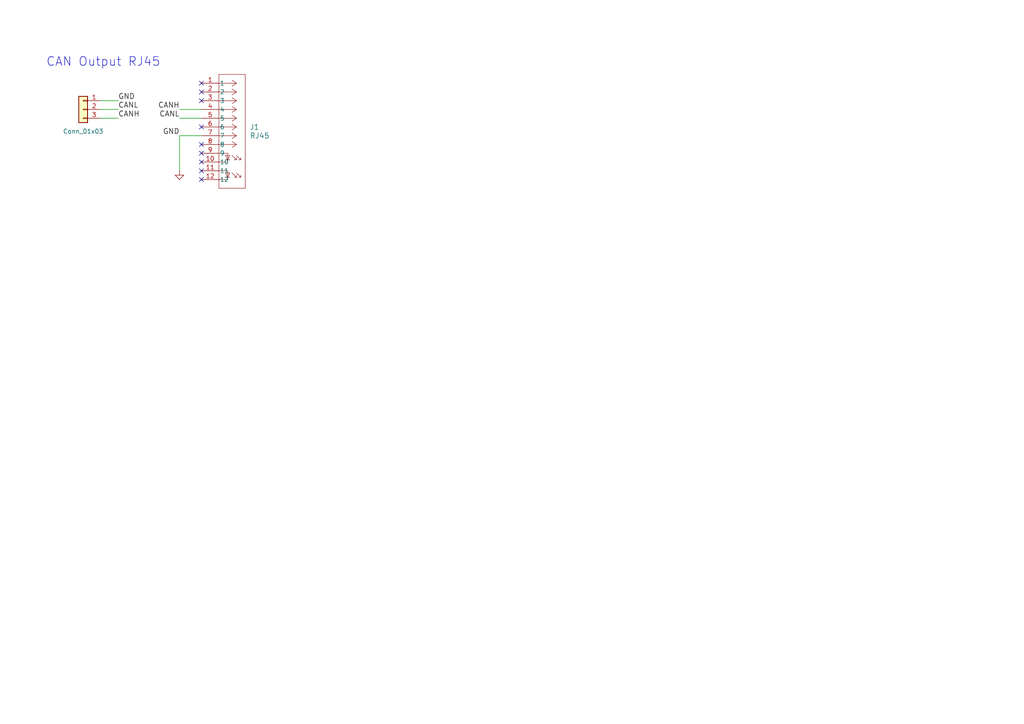
<source format=kicad_sch>
(kicad_sch (version 20250114) (generator "eeschema") (generator_version "9.0")
  (paper "A4")
  (lib_symbols
    (symbol "Connector_Generic:Conn_01x03" (pin_names (offset 1.016) (hide yes))
      (property "Reference" "J" (at 0 5.08 0))
      (property "Value" "Conn_01x03" (at 0 -5.08 0))
      (symbol "Conn_01x03_1_1"
        (rectangle (start -1.27 3.81) (end 1.27 -3.81) (stroke (width 0.254)) (fill (type background)))
        (rectangle (start -1.27 2.667) (end 0 2.413) (stroke (width 0.1524)))
        (rectangle (start -1.27 0.127) (end 0 -0.127) (stroke (width 0.1524)))
        (rectangle (start -1.27 -2.413) (end 0 -2.667) (stroke (width 0.1524)))
        (pin passive line (at -5.08 2.54 0) (length 3.81) (name "Pin_1") (number "1"))
        (pin passive line (at -5.08 0 0) (length 3.81) (name "Pin_2") (number "2"))
        (pin passive line (at -5.08 -2.54 0) (length 3.81) (name "Pin_3") (number "3"))
      )
    )
    (symbol "GND_27" (power) (pin_names (offset 0))
      (property "Value" "GND" (at 0 -3.81 0))
      (symbol "GND_27_0_1"
        (polyline (pts (xy 0 0) (xy 0 -1.27) (xy 1.27 -1.27) (xy 0 -2.54) (xy -1.27 -1.27) (xy 0 -1.27)))
      )
      (symbol "GND_27_1_1"
        (pin power_in line (at 0 0 270) (length 0) (hide yes) (name "GND") (number "1"))
      )
    )
    (symbol "cantact_ec:RJ45_Male" (pin_names (offset 0.254))
      (property "Reference" "J1" (at 13.97 -12.6999 0))
      (property "Value" "Cantact" (at 13.97 -15.2399 0))
      (symbol "RJ45_Male_1_1"
        (polyline (pts (xy 5.08 2.54) (xy 5.08 -30.48)) (stroke (width 0.127)))
        (polyline (pts (xy 5.08 -20.32) (xy 7.62 -20.32)) (stroke (width 0.127)))
        (polyline (pts (xy 5.08 -22.86) (xy 7.62 -22.86)) (stroke (width 0.127)))
        (polyline (pts (xy 5.08 -25.4) (xy 7.62 -25.4)) (stroke (width 0.127)))
        (polyline (pts (xy 5.08 -27.94) (xy 7.62 -27.94)) (stroke (width 0.127)))
        (polyline (pts (xy 5.08 -30.48) (xy 12.7 -30.48)) (stroke (width 0.127)))
        (polyline (pts (xy 6.985 -20.955) (xy 7.62 -22.225)) (stroke (width 0.127)))
        (polyline (pts (xy 6.985 -20.955) (xy 8.255 -20.955)) (stroke (width 0.127)))
        (polyline (pts (xy 6.985 -22.225) (xy 8.255 -22.225)) (stroke (width 0.127)))
        (polyline (pts (xy 6.985 -26.035) (xy 7.62 -27.305)) (stroke (width 0.127)))
        (polyline (pts (xy 6.985 -26.035) (xy 8.255 -26.035)) (stroke (width 0.127)))
        (polyline (pts (xy 6.985 -27.305) (xy 8.255 -27.305)) (stroke (width 0.127)))
        (polyline (pts (xy 7.62 -20.32) (xy 7.62 -22.86)) (stroke (width 0.127)))
        (polyline (pts (xy 7.62 -25.4) (xy 7.62 -27.94)) (stroke (width 0.127)))
        (polyline (pts (xy 8.255 -20.955) (xy 7.62 -22.225)) (stroke (width 0.127)))
        (polyline (pts (xy 8.255 -26.035) (xy 7.62 -27.305)) (stroke (width 0.127)))
        (polyline (pts (xy 8.89 -20.955) (xy 10.16 -22.225)) (stroke (width 0.127)))
        (polyline (pts (xy 8.89 -26.035) (xy 10.16 -27.305)) (stroke (width 0.127)))
        (polyline (pts (xy 9.525 -22.225) (xy 10.16 -22.225)) (stroke (width 0.127)))
        (polyline (pts (xy 9.525 -27.305) (xy 10.16 -27.305)) (stroke (width 0.127)))
        (polyline (pts (xy 10.16 0) (xy 5.08 0)) (stroke (width 0.127)))
        (polyline (pts (xy 10.16 0) (xy 8.89 0.8467)) (stroke (width 0.127)))
        (polyline (pts (xy 10.16 0) (xy 8.89 -0.8467)) (stroke (width 0.127)))
        (polyline (pts (xy 10.16 -2.54) (xy 5.08 -2.54)) (stroke (width 0.127)))
        (polyline (pts (xy 10.16 -2.54) (xy 8.89 -1.6933)) (stroke (width 0.127)))
        (polyline (pts (xy 10.16 -2.54) (xy 8.89 -3.3867)) (stroke (width 0.127)))
        (polyline (pts (xy 10.16 -5.08) (xy 5.08 -5.08)) (stroke (width 0.127)))
        (polyline (pts (xy 10.16 -5.08) (xy 8.89 -4.2333)) (stroke (width 0.127)))
        (polyline (pts (xy 10.16 -5.08) (xy 8.89 -5.9267)) (stroke (width 0.127)))
        (polyline (pts (xy 10.16 -7.62) (xy 5.08 -7.62)) (stroke (width 0.127)))
        (polyline (pts (xy 10.16 -7.62) (xy 8.89 -6.7733)) (stroke (width 0.127)))
        (polyline (pts (xy 10.16 -7.62) (xy 8.89 -8.4667)) (stroke (width 0.127)))
        (polyline (pts (xy 10.16 -10.16) (xy 5.08 -10.16)) (stroke (width 0.127)))
        (polyline (pts (xy 10.16 -10.16) (xy 8.89 -9.3133)) (stroke (width 0.127)))
        (polyline (pts (xy 10.16 -10.16) (xy 8.89 -11.0067)) (stroke (width 0.127)))
        (polyline (pts (xy 10.16 -12.7) (xy 5.08 -12.7)) (stroke (width 0.127)))
        (polyline (pts (xy 10.16 -12.7) (xy 8.89 -11.8533)) (stroke (width 0.127)))
        (polyline (pts (xy 10.16 -12.7) (xy 8.89 -13.5467)) (stroke (width 0.127)))
        (polyline (pts (xy 10.16 -15.24) (xy 5.08 -15.24)) (stroke (width 0.127)))
        (polyline (pts (xy 10.16 -15.24) (xy 8.89 -14.3933)) (stroke (width 0.127)))
        (polyline (pts (xy 10.16 -15.24) (xy 8.89 -16.0867)) (stroke (width 0.127)))
        (polyline (pts (xy 10.16 -17.78) (xy 5.08 -17.78)) (stroke (width 0.127)))
        (polyline (pts (xy 10.16 -17.78) (xy 8.89 -16.9333)) (stroke (width 0.127)))
        (polyline (pts (xy 10.16 -17.78) (xy 8.89 -18.6267)) (stroke (width 0.127)))
        (polyline (pts (xy 10.16 -20.955) (xy 11.43 -22.225)) (stroke (width 0.127)))
        (polyline (pts (xy 10.16 -21.59) (xy 10.16 -22.225)) (stroke (width 0.127)))
        (polyline (pts (xy 10.16 -26.035) (xy 11.43 -27.305)) (stroke (width 0.127)))
        (polyline (pts (xy 10.16 -26.67) (xy 10.16 -27.305)) (stroke (width 0.127)))
        (polyline (pts (xy 10.795 -22.225) (xy 11.43 -22.225)) (stroke (width 0.127)))
        (polyline (pts (xy 10.795 -27.305) (xy 11.43 -27.305)) (stroke (width 0.127)))
        (polyline (pts (xy 11.43 -21.59) (xy 11.43 -22.225)) (stroke (width 0.127)))
        (polyline (pts (xy 11.43 -26.67) (xy 11.43 -27.305)) (stroke (width 0.127)))
        (polyline (pts (xy 12.7 2.54) (xy 5.08 2.54)) (stroke (width 0.127)))
        (polyline (pts (xy 12.7 -30.48) (xy 12.7 2.54)) (stroke (width 0.127)))
        (pin unspecified line (at 0 0 0) (length 5.08) (name "1") (number "1"))
        (pin unspecified line (at 0 -2.54 0) (length 5.08) (name "2") (number "2"))
        (pin unspecified line (at 0 -5.08 0) (length 5.08) (name "3") (number "3"))
        (pin unspecified line (at 0 -7.62 0) (length 5.08) (name "4") (number "4"))
        (pin unspecified line (at 0 -10.16 0) (length 5.08) (name "5") (number "5"))
        (pin unspecified line (at 0 -12.7 0) (length 5.08) (name "6") (number "6"))
        (pin unspecified line (at 0 -15.24 0) (length 5.08) (name "7") (number "7"))
        (pin unspecified line (at 0 -17.78 0) (length 5.08) (name "8") (number "8"))
        (pin unspecified line (at 0 -20.32 0) (length 5.08) (name "9") (number "9"))
        (pin unspecified line (at 0 -22.86 0) (length 5.08) (name "10") (number "10"))
        (pin unspecified line (at 0 -25.4 0) (length 5.08) (name "11") (number "11"))
        (pin unspecified line (at 0 -27.94 0) (length 5.08) (name "12") (number "12"))
      )
      (symbol "RJ45_Male_1_2"
        (polyline (pts (xy 5.08 2.54) (xy 5.08 -30.48)) (stroke (width 0.127)))
        (polyline (pts (xy 5.08 -20.32) (xy 7.62 -20.32)) (stroke (width 0.127)))
        (polyline (pts (xy 5.08 -22.86) (xy 7.62 -22.86)) (stroke (width 0.127)))
        (polyline (pts (xy 5.08 -25.4) (xy 7.62 -25.4)) (stroke (width 0.127)))
        (polyline (pts (xy 5.08 -27.94) (xy 7.62 -27.94)) (stroke (width 0.127)))
        (polyline (pts (xy 5.08 -30.48) (xy 12.7 -30.48)) (stroke (width 0.127)))
        (polyline (pts (xy 6.985 -20.955) (xy 7.62 -22.225)) (stroke (width 0.127)))
        (polyline (pts (xy 6.985 -20.955) (xy 8.255 -20.955)) (stroke (width 0.127)))
        (polyline (pts (xy 6.985 -22.225) (xy 8.255 -22.225)) (stroke (width 0.127)))
        (polyline (pts (xy 6.985 -26.035) (xy 7.62 -27.305)) (stroke (width 0.127)))
        (polyline (pts (xy 6.985 -26.035) (xy 8.255 -26.035)) (stroke (width 0.127)))
        (polyline (pts (xy 6.985 -27.305) (xy 8.255 -27.305)) (stroke (width 0.127)))
        (polyline (pts (xy 7.62 0) (xy 5.08 0)) (stroke (width 0.127)))
        (polyline (pts (xy 7.62 0) (xy 8.89 0.8467)) (stroke (width 0.127)))
        (polyline (pts (xy 7.62 0) (xy 8.89 -0.8467)) (stroke (width 0.127)))
        (polyline (pts (xy 7.62 -2.54) (xy 5.08 -2.54)) (stroke (width 0.127)))
        (polyline (pts (xy 7.62 -2.54) (xy 8.89 -1.6933)) (stroke (width 0.127)))
        (polyline (pts (xy 7.62 -2.54) (xy 8.89 -3.3867)) (stroke (width 0.127)))
        (polyline (pts (xy 7.62 -5.08) (xy 5.08 -5.08)) (stroke (width 0.127)))
        (polyline (pts (xy 7.62 -5.08) (xy 8.89 -4.2333)) (stroke (width 0.127)))
        (polyline (pts (xy 7.62 -5.08) (xy 8.89 -5.9267)) (stroke (width 0.127)))
        (polyline (pts (xy 7.62 -7.62) (xy 5.08 -7.62)) (stroke (width 0.127)))
        (polyline (pts (xy 7.62 -7.62) (xy 8.89 -6.7733)) (stroke (width 0.127)))
        (polyline (pts (xy 7.62 -7.62) (xy 8.89 -8.4667)) (stroke (width 0.127)))
        (polyline (pts (xy 7.62 -10.16) (xy 5.08 -10.16)) (stroke (width 0.127)))
        (polyline (pts (xy 7.62 -10.16) (xy 8.89 -9.3133)) (stroke (width 0.127)))
        (polyline (pts (xy 7.62 -10.16) (xy 8.89 -11.0067)) (stroke (width 0.127)))
        (polyline (pts (xy 7.62 -12.7) (xy 5.08 -12.7)) (stroke (width 0.127)))
        (polyline (pts (xy 7.62 -12.7) (xy 8.89 -11.8533)) (stroke (width 0.127)))
        (polyline (pts (xy 7.62 -12.7) (xy 8.89 -13.5467)) (stroke (width 0.127)))
        (polyline (pts (xy 7.62 -15.24) (xy 5.08 -15.24)) (stroke (width 0.127)))
        (polyline (pts (xy 7.62 -15.24) (xy 8.89 -14.3933)) (stroke (width 0.127)))
        (polyline (pts (xy 7.62 -15.24) (xy 8.89 -16.0867)) (stroke (width 0.127)))
        (polyline (pts (xy 7.62 -17.78) (xy 5.08 -17.78)) (stroke (width 0.127)))
        (polyline (pts (xy 7.62 -17.78) (xy 8.89 -16.9333)) (stroke (width 0.127)))
        (polyline (pts (xy 7.62 -17.78) (xy 8.89 -18.6267)) (stroke (width 0.127)))
        (polyline (pts (xy 7.62 -20.32) (xy 7.62 -22.86)) (stroke (width 0.127)))
        (polyline (pts (xy 7.62 -25.4) (xy 7.62 -27.94)) (stroke (width 0.127)))
        (polyline (pts (xy 8.255 -20.955) (xy 7.62 -22.225)) (stroke (width 0.127)))
        (polyline (pts (xy 8.255 -26.035) (xy 7.62 -27.305)) (stroke (width 0.127)))
        (polyline (pts (xy 8.89 -20.955) (xy 10.16 -22.225)) (stroke (width 0.127)))
        (polyline (pts (xy 8.89 -26.035) (xy 10.16 -27.305)) (stroke (width 0.127)))
        (polyline (pts (xy 9.525 -22.225) (xy 10.16 -22.225)) (stroke (width 0.127)))
        (polyline (pts (xy 9.525 -27.305) (xy 10.16 -27.305)) (stroke (width 0.127)))
        (polyline (pts (xy 10.16 -20.955) (xy 11.43 -22.225)) (stroke (width 0.127)))
        (polyline (pts (xy 10.16 -21.59) (xy 10.16 -22.225)) (stroke (width 0.127)))
        (polyline (pts (xy 10.16 -26.035) (xy 11.43 -27.305)) (stroke (width 0.127)))
        (polyline (pts (xy 10.16 -26.67) (xy 10.16 -27.305)) (stroke (width 0.127)))
        (polyline (pts (xy 10.795 -22.225) (xy 11.43 -22.225)) (stroke (width 0.127)))
        (polyline (pts (xy 10.795 -27.305) (xy 11.43 -27.305)) (stroke (width 0.127)))
        (polyline (pts (xy 11.43 -21.59) (xy 11.43 -22.225)) (stroke (width 0.127)))
        (polyline (pts (xy 11.43 -26.67) (xy 11.43 -27.305)) (stroke (width 0.127)))
        (polyline (pts (xy 12.7 2.54) (xy 5.08 2.54)) (stroke (width 0.127)))
        (polyline (pts (xy 12.7 -30.48) (xy 12.7 2.54)) (stroke (width 0.127)))
        (pin unspecified line (at 0 0 0) (length 5.08) (name "1") (number "1"))
        (pin unspecified line (at 0 -2.54 0) (length 5.08) (name "2") (number "2"))
        (pin unspecified line (at 0 -5.08 0) (length 5.08) (name "3") (number "3"))
        (pin unspecified line (at 0 -7.62 0) (length 5.08) (name "4") (number "4"))
        (pin unspecified line (at 0 -10.16 0) (length 5.08) (name "5") (number "5"))
        (pin unspecified line (at 0 -12.7 0) (length 5.08) (name "6") (number "6"))
        (pin unspecified line (at 0 -15.24 0) (length 5.08) (name "7") (number "7"))
        (pin unspecified line (at 0 -17.78 0) (length 5.08) (name "8") (number "8"))
        (pin unspecified line (at 0 -20.32 0) (length 5.08) (name "9") (number "9"))
        (pin unspecified line (at 0 -22.86 0) (length 5.08) (name "10") (number "10"))
        (pin unspecified line (at 0 -25.4 0) (length 5.08) (name "11") (number "11"))
        (pin unspecified line (at 0 -27.94 0) (length 5.08) (name "12") (number "12"))
      )
    )
  )
  (text "CAN Output RJ45\n" (at 29.972 18.034 0) (effects (font (size 2.54 2.54))))
  (no_connect (at 58.42 41.91))
  (no_connect (at 58.42 36.83))
  (no_connect (at 58.42 24.13))
  (no_connect (at 58.42 49.53))
  (no_connect (at 58.42 46.99))
  (no_connect (at 58.42 26.67))
  (no_connect (at 58.42 52.07))
  (no_connect (at 58.42 29.21))
  (no_connect (at 58.42 44.45))
  (wire (pts (xy 52.07 39.37) (xy 58.42 39.37)))
  (wire (pts (xy 52.07 39.37) (xy 52.07 49.53)))
  (wire (pts (xy 52.07 34.29) (xy 58.42 34.29)))
  (wire (pts (xy 29.21 34.29) (xy 34.29 34.29)))
  (wire (pts (xy 52.07 31.75) (xy 58.42 31.75)))
  (wire (pts (xy 29.21 29.21) (xy 34.29 29.21)))
  (wire (pts (xy 29.21 31.75) (xy 34.29 31.75)))
  (label "CANL" (at 52.07 34.29 180) (effects (font (size 1.524 1.524))))
  (label "GND" (at 34.29 29.21 0) (effects (font (size 1.524 1.524))))
  (label "CANH" (at 52.07 31.75 180) (effects (font (size 1.524 1.524))))
  (label "GND" (at 52.07 39.37 180) (effects (font (size 1.524 1.524))))
  (label "CANL" (at 34.29 31.75 0) (effects (font (size 1.524 1.524))))
  (label "CANH" (at 34.29 34.29 0) (effects (font (size 1.524 1.524))))
  (symbol (lib_name "GND_27") (lib_id "cantact-rescue:GND") (at 52.07 49.53 0) (unit 1)
    (property "Reference" "#PWR023" (effects (hide yes)))
    (property "Value" "GND" (effects (hide yes)))
  )
  (symbol (lib_id "cantact_ec:RJ45_Male") (at 58.42 24.13 0) (unit 1)
    (property "Reference" "J1" (at 72.39 36.8299 0) (effects (font (size 1.524 1.524)) (justify left)))
    (property "Value" "RJ45" (at 72.39 39.3699 0) (effects (font (size 1.524 1.524)) (justify left)))
    (property "Footprint" "footprints:CONN12_R-RJ45_CKM" (effects (hide yes)))
    (property "Datasheet" "https://www.lcsc.com/datasheet/lcsc_datasheet_2411121108_Ckmtw-Shenzhen-Cankemeng-R-RJ45R08P-C000_C386757.pdf" (effects (hide yes)))
    (property "LCSC#" "C386757" (effects (hide yes)))
  )
  (symbol (lib_id "Connector_Generic:Conn_01x03") (at 24.13 31.75 0) (mirror y) (unit 1)
    (property "Reference" "J3" (effects (hide yes)))
    (property "Value" "Conn_01x03" (at 24.13 38.1 0))
    (property "Footprint" "Connector_PinHeader_2.54mm:PinHeader_1x03_P2.54mm_Vertical" (effects (hide yes)))
    (property "Datasheet" "https://www.lcsc.com/datasheet/lcsc_datasheet_2409302300_XFCN-PZ254R-11-03P_C492411.pdf" (effects (hide yes)))
    (property "Description" "Generic connector, single row, 01x03, script generated (kicad-library-utils/schlib/autogen/connector/)" (effects (hide yes)))
    (property "LCSC#" "C492411" (effects (hide yes)))
  )
)
</source>
